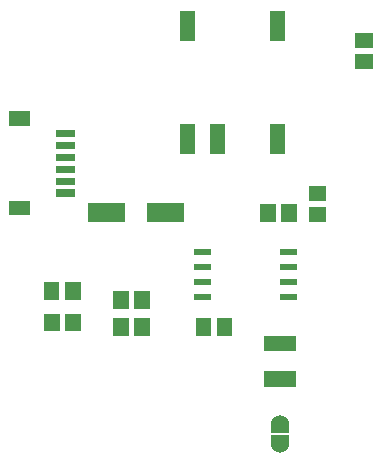
<source format=gbr>
G04 start of page 10 for group -4015 idx -4015 *
G04 Title: (unknown), toppaste *
G04 Creator: pcb 4.0.2 *
G04 CreationDate: Thu Jul  2 20:29:10 2020 UTC *
G04 For: ndholmes *
G04 Format: Gerber/RS-274X *
G04 PCB-Dimensions (mil): 3600.00 2000.00 *
G04 PCB-Coordinate-Origin: lower left *
%MOIN*%
%FSLAX25Y25*%
%LNTOPPASTE*%
%ADD51C,0.0001*%
%ADD50C,0.0600*%
G54D50*X91500Y51000D03*
G54D51*G36*
X88500Y54000D02*Y51000D01*
X94500D01*
Y54000D01*
X88500D01*
G37*
G54D50*X91500Y57800D03*
G54D51*G36*
X88500D02*Y54800D01*
X94500D01*
Y57800D01*
X88500D01*
G37*
G36*
X18016Y94452D02*X12898D01*
Y88548D01*
X18016D01*
Y94452D01*
G37*
G36*
X25102D02*X19984D01*
Y88548D01*
X25102D01*
Y94452D01*
G37*
G36*
X17973Y104952D02*X12855D01*
Y99048D01*
X17973D01*
Y104952D01*
G37*
G36*
X25059D02*X19941D01*
Y99048D01*
X25059D01*
Y104952D01*
G37*
G36*
X75602Y92952D02*X70484D01*
Y87048D01*
X75602D01*
Y92952D01*
G37*
G36*
X68516D02*X63398D01*
Y87048D01*
X68516D01*
Y92952D01*
G37*
G36*
X62700Y116100D02*Y113900D01*
X68500D01*
Y116100D01*
X62700D01*
G37*
G36*
Y111100D02*Y108900D01*
X68500D01*
Y111100D01*
X62700D01*
G37*
G36*
Y106100D02*Y103900D01*
X68500D01*
Y106100D01*
X62700D01*
G37*
G36*
Y101100D02*Y98900D01*
X68500D01*
Y101100D01*
X62700D01*
G37*
G36*
X91500D02*Y98900D01*
X97300D01*
Y101100D01*
X91500D01*
G37*
G36*
Y106100D02*Y103900D01*
X97300D01*
Y106100D01*
X91500D01*
G37*
G36*
Y111100D02*Y108900D01*
X97300D01*
Y111100D01*
X91500D01*
G37*
G36*
Y116100D02*Y113900D01*
X97300D01*
Y116100D01*
X91500D01*
G37*
G36*
X16949Y155524D02*Y153162D01*
X23051D01*
Y155524D01*
X16949D01*
G37*
G36*
Y151587D02*Y149225D01*
X23051D01*
Y151587D01*
X16949D01*
G37*
G36*
Y147650D02*Y145288D01*
X23051D01*
Y147650D01*
X16949D01*
G37*
G36*
Y143712D02*Y141350D01*
X23051D01*
Y143712D01*
X16949D01*
G37*
G36*
Y139775D02*Y137413D01*
X23051D01*
Y139775D01*
X16949D01*
G37*
G36*
Y135838D02*Y133476D01*
X23051D01*
Y135838D01*
X16949D01*
G37*
G36*
X1201Y161823D02*Y157099D01*
X8287D01*
Y161823D01*
X1201D01*
G37*
G36*
Y131901D02*Y127177D01*
X8287D01*
Y131901D01*
X1201D01*
G37*
G36*
X27358Y131150D02*Y124850D01*
X39957D01*
Y131150D01*
X27358D01*
G37*
G36*
X47043D02*Y124850D01*
X59642D01*
Y131150D01*
X47043D01*
G37*
G36*
X90016Y130952D02*X84898D01*
Y125048D01*
X90016D01*
Y130952D01*
G37*
G36*
X97102D02*X91984D01*
Y125048D01*
X97102D01*
Y130952D01*
G37*
G36*
X101048Y130016D02*Y124898D01*
X106952D01*
Y130016D01*
X101048D01*
G37*
G36*
Y137102D02*Y131984D01*
X106952D01*
Y137102D01*
X101048D01*
G37*
G36*
X116548Y188102D02*Y182984D01*
X122452D01*
Y188102D01*
X116548D01*
G37*
G36*
Y181016D02*Y175898D01*
X122452D01*
Y181016D01*
X116548D01*
G37*
G36*
X48102Y101952D02*X42984D01*
Y96048D01*
X48102D01*
Y101952D01*
G37*
G36*
X41016D02*X35898D01*
Y96048D01*
X41016D01*
Y101952D01*
G37*
G36*
Y92952D02*X35898D01*
Y87048D01*
X41016D01*
Y92952D01*
G37*
G36*
X48102D02*X42984D01*
Y87048D01*
X48102D01*
Y92952D01*
G37*
G36*
X63000Y157700D02*X58000D01*
Y147700D01*
X63000D01*
Y157700D01*
G37*
G36*
X73000D02*X68000D01*
Y147700D01*
X73000D01*
Y157700D01*
G37*
G36*
X93000D02*X88000D01*
Y147700D01*
X93000D01*
Y157700D01*
G37*
G36*
X63000Y195300D02*X58000D01*
Y185300D01*
X63000D01*
Y195300D01*
G37*
G36*
X93000D02*X88000D01*
Y185300D01*
X93000D01*
Y195300D01*
G37*
G36*
X86186Y86964D02*Y81846D01*
X96814D01*
Y86964D01*
X86186D01*
G37*
G36*
Y75154D02*Y70036D01*
X96814D01*
Y75154D01*
X86186D01*
G37*
M02*

</source>
